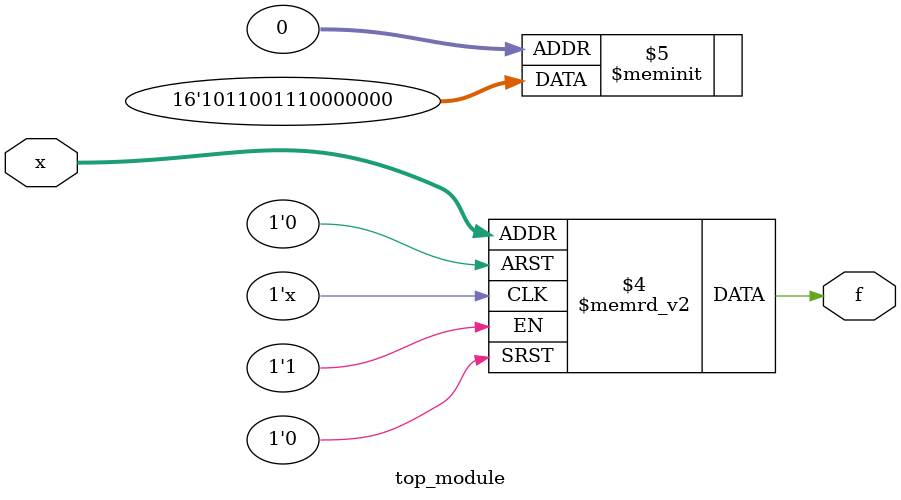
<source format=sv>
module top_module (
    input [4:1] x,
    output logic f
);

always_comb begin
    case ({x[4], x[3], x[2], x[1]})
        4'b0000, 4'b0011, 4'b1010, 4'b1011: f = 1'b0;
        4'b0001: f = 1'b0;
        4'b0111, 4'b1001, 4'b1111: f = 1'b1;
        4'b1000, 4'b1100, 4'b1101: f = 1'b1;
        default: f = 1'b0; // Don't care conditions
    endcase
end

endmodule

</source>
